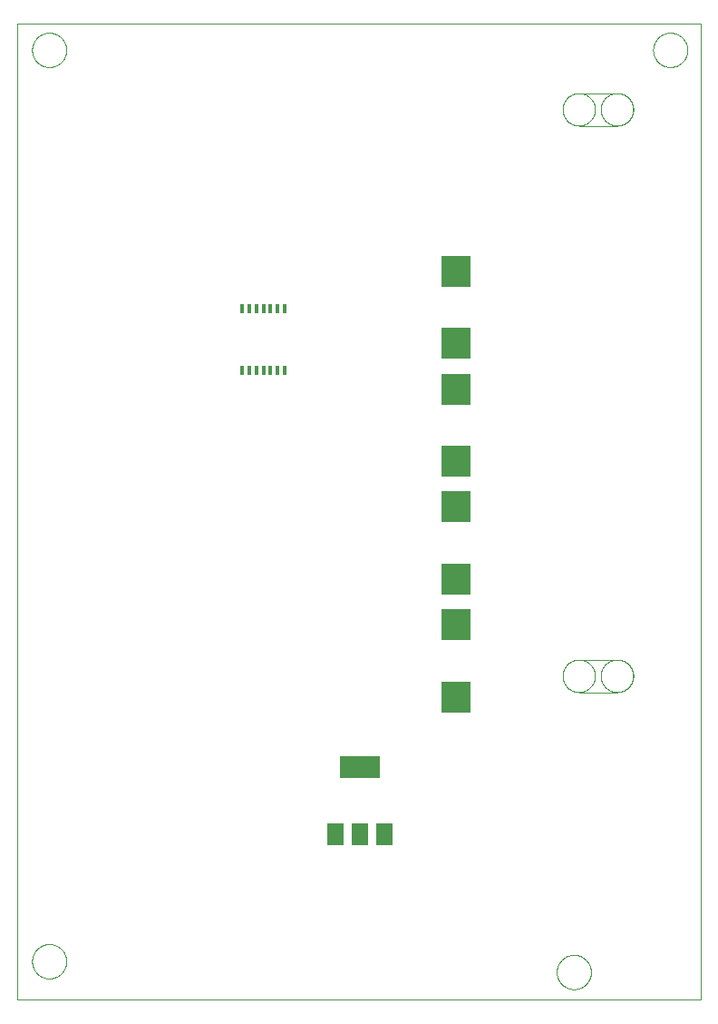
<source format=gtp>
G75*
%MOIN*%
%OFA0B0*%
%FSLAX25Y25*%
%IPPOS*%
%LPD*%
%AMOC8*
5,1,8,0,0,1.08239X$1,22.5*
%
%ADD10C,0.00000*%
%ADD11C,0.00009*%
%ADD12R,0.05900X0.07900*%
%ADD13R,0.15000X0.07900*%
%ADD14R,0.01378X0.03543*%
%ADD15R,0.10630X0.11614*%
D10*
X0001984Y0003677D02*
X0001984Y0361945D01*
X0253402Y0361945D01*
X0253402Y0003677D01*
X0001984Y0003677D01*
X0007496Y0017732D02*
X0007498Y0017890D01*
X0007504Y0018048D01*
X0007514Y0018206D01*
X0007528Y0018364D01*
X0007546Y0018521D01*
X0007567Y0018678D01*
X0007593Y0018834D01*
X0007623Y0018990D01*
X0007656Y0019145D01*
X0007694Y0019298D01*
X0007735Y0019451D01*
X0007780Y0019603D01*
X0007829Y0019754D01*
X0007882Y0019903D01*
X0007938Y0020051D01*
X0007998Y0020197D01*
X0008062Y0020342D01*
X0008130Y0020485D01*
X0008201Y0020627D01*
X0008275Y0020767D01*
X0008353Y0020904D01*
X0008435Y0021040D01*
X0008519Y0021174D01*
X0008608Y0021305D01*
X0008699Y0021434D01*
X0008794Y0021561D01*
X0008891Y0021686D01*
X0008992Y0021808D01*
X0009096Y0021927D01*
X0009203Y0022044D01*
X0009313Y0022158D01*
X0009426Y0022269D01*
X0009541Y0022378D01*
X0009659Y0022483D01*
X0009780Y0022585D01*
X0009903Y0022685D01*
X0010029Y0022781D01*
X0010157Y0022874D01*
X0010287Y0022964D01*
X0010420Y0023050D01*
X0010555Y0023134D01*
X0010691Y0023213D01*
X0010830Y0023290D01*
X0010971Y0023362D01*
X0011113Y0023432D01*
X0011257Y0023497D01*
X0011403Y0023559D01*
X0011550Y0023617D01*
X0011699Y0023672D01*
X0011849Y0023723D01*
X0012000Y0023770D01*
X0012152Y0023813D01*
X0012305Y0023852D01*
X0012460Y0023888D01*
X0012615Y0023919D01*
X0012771Y0023947D01*
X0012927Y0023971D01*
X0013084Y0023991D01*
X0013242Y0024007D01*
X0013399Y0024019D01*
X0013558Y0024027D01*
X0013716Y0024031D01*
X0013874Y0024031D01*
X0014032Y0024027D01*
X0014191Y0024019D01*
X0014348Y0024007D01*
X0014506Y0023991D01*
X0014663Y0023971D01*
X0014819Y0023947D01*
X0014975Y0023919D01*
X0015130Y0023888D01*
X0015285Y0023852D01*
X0015438Y0023813D01*
X0015590Y0023770D01*
X0015741Y0023723D01*
X0015891Y0023672D01*
X0016040Y0023617D01*
X0016187Y0023559D01*
X0016333Y0023497D01*
X0016477Y0023432D01*
X0016619Y0023362D01*
X0016760Y0023290D01*
X0016899Y0023213D01*
X0017035Y0023134D01*
X0017170Y0023050D01*
X0017303Y0022964D01*
X0017433Y0022874D01*
X0017561Y0022781D01*
X0017687Y0022685D01*
X0017810Y0022585D01*
X0017931Y0022483D01*
X0018049Y0022378D01*
X0018164Y0022269D01*
X0018277Y0022158D01*
X0018387Y0022044D01*
X0018494Y0021927D01*
X0018598Y0021808D01*
X0018699Y0021686D01*
X0018796Y0021561D01*
X0018891Y0021434D01*
X0018982Y0021305D01*
X0019071Y0021174D01*
X0019155Y0021040D01*
X0019237Y0020904D01*
X0019315Y0020767D01*
X0019389Y0020627D01*
X0019460Y0020485D01*
X0019528Y0020342D01*
X0019592Y0020197D01*
X0019652Y0020051D01*
X0019708Y0019903D01*
X0019761Y0019754D01*
X0019810Y0019603D01*
X0019855Y0019451D01*
X0019896Y0019298D01*
X0019934Y0019145D01*
X0019967Y0018990D01*
X0019997Y0018834D01*
X0020023Y0018678D01*
X0020044Y0018521D01*
X0020062Y0018364D01*
X0020076Y0018206D01*
X0020086Y0018048D01*
X0020092Y0017890D01*
X0020094Y0017732D01*
X0020092Y0017574D01*
X0020086Y0017416D01*
X0020076Y0017258D01*
X0020062Y0017100D01*
X0020044Y0016943D01*
X0020023Y0016786D01*
X0019997Y0016630D01*
X0019967Y0016474D01*
X0019934Y0016319D01*
X0019896Y0016166D01*
X0019855Y0016013D01*
X0019810Y0015861D01*
X0019761Y0015710D01*
X0019708Y0015561D01*
X0019652Y0015413D01*
X0019592Y0015267D01*
X0019528Y0015122D01*
X0019460Y0014979D01*
X0019389Y0014837D01*
X0019315Y0014697D01*
X0019237Y0014560D01*
X0019155Y0014424D01*
X0019071Y0014290D01*
X0018982Y0014159D01*
X0018891Y0014030D01*
X0018796Y0013903D01*
X0018699Y0013778D01*
X0018598Y0013656D01*
X0018494Y0013537D01*
X0018387Y0013420D01*
X0018277Y0013306D01*
X0018164Y0013195D01*
X0018049Y0013086D01*
X0017931Y0012981D01*
X0017810Y0012879D01*
X0017687Y0012779D01*
X0017561Y0012683D01*
X0017433Y0012590D01*
X0017303Y0012500D01*
X0017170Y0012414D01*
X0017035Y0012330D01*
X0016899Y0012251D01*
X0016760Y0012174D01*
X0016619Y0012102D01*
X0016477Y0012032D01*
X0016333Y0011967D01*
X0016187Y0011905D01*
X0016040Y0011847D01*
X0015891Y0011792D01*
X0015741Y0011741D01*
X0015590Y0011694D01*
X0015438Y0011651D01*
X0015285Y0011612D01*
X0015130Y0011576D01*
X0014975Y0011545D01*
X0014819Y0011517D01*
X0014663Y0011493D01*
X0014506Y0011473D01*
X0014348Y0011457D01*
X0014191Y0011445D01*
X0014032Y0011437D01*
X0013874Y0011433D01*
X0013716Y0011433D01*
X0013558Y0011437D01*
X0013399Y0011445D01*
X0013242Y0011457D01*
X0013084Y0011473D01*
X0012927Y0011493D01*
X0012771Y0011517D01*
X0012615Y0011545D01*
X0012460Y0011576D01*
X0012305Y0011612D01*
X0012152Y0011651D01*
X0012000Y0011694D01*
X0011849Y0011741D01*
X0011699Y0011792D01*
X0011550Y0011847D01*
X0011403Y0011905D01*
X0011257Y0011967D01*
X0011113Y0012032D01*
X0010971Y0012102D01*
X0010830Y0012174D01*
X0010691Y0012251D01*
X0010555Y0012330D01*
X0010420Y0012414D01*
X0010287Y0012500D01*
X0010157Y0012590D01*
X0010029Y0012683D01*
X0009903Y0012779D01*
X0009780Y0012879D01*
X0009659Y0012981D01*
X0009541Y0013086D01*
X0009426Y0013195D01*
X0009313Y0013306D01*
X0009203Y0013420D01*
X0009096Y0013537D01*
X0008992Y0013656D01*
X0008891Y0013778D01*
X0008794Y0013903D01*
X0008699Y0014030D01*
X0008608Y0014159D01*
X0008519Y0014290D01*
X0008435Y0014424D01*
X0008353Y0014560D01*
X0008275Y0014697D01*
X0008201Y0014837D01*
X0008130Y0014979D01*
X0008062Y0015122D01*
X0007998Y0015267D01*
X0007938Y0015413D01*
X0007882Y0015561D01*
X0007829Y0015710D01*
X0007780Y0015861D01*
X0007735Y0016013D01*
X0007694Y0016166D01*
X0007656Y0016319D01*
X0007623Y0016474D01*
X0007593Y0016630D01*
X0007567Y0016786D01*
X0007546Y0016943D01*
X0007528Y0017100D01*
X0007514Y0017258D01*
X0007504Y0017416D01*
X0007498Y0017574D01*
X0007496Y0017732D01*
X0200410Y0013795D02*
X0200412Y0013953D01*
X0200418Y0014111D01*
X0200428Y0014269D01*
X0200442Y0014427D01*
X0200460Y0014584D01*
X0200481Y0014741D01*
X0200507Y0014897D01*
X0200537Y0015053D01*
X0200570Y0015208D01*
X0200608Y0015361D01*
X0200649Y0015514D01*
X0200694Y0015666D01*
X0200743Y0015817D01*
X0200796Y0015966D01*
X0200852Y0016114D01*
X0200912Y0016260D01*
X0200976Y0016405D01*
X0201044Y0016548D01*
X0201115Y0016690D01*
X0201189Y0016830D01*
X0201267Y0016967D01*
X0201349Y0017103D01*
X0201433Y0017237D01*
X0201522Y0017368D01*
X0201613Y0017497D01*
X0201708Y0017624D01*
X0201805Y0017749D01*
X0201906Y0017871D01*
X0202010Y0017990D01*
X0202117Y0018107D01*
X0202227Y0018221D01*
X0202340Y0018332D01*
X0202455Y0018441D01*
X0202573Y0018546D01*
X0202694Y0018648D01*
X0202817Y0018748D01*
X0202943Y0018844D01*
X0203071Y0018937D01*
X0203201Y0019027D01*
X0203334Y0019113D01*
X0203469Y0019197D01*
X0203605Y0019276D01*
X0203744Y0019353D01*
X0203885Y0019425D01*
X0204027Y0019495D01*
X0204171Y0019560D01*
X0204317Y0019622D01*
X0204464Y0019680D01*
X0204613Y0019735D01*
X0204763Y0019786D01*
X0204914Y0019833D01*
X0205066Y0019876D01*
X0205219Y0019915D01*
X0205374Y0019951D01*
X0205529Y0019982D01*
X0205685Y0020010D01*
X0205841Y0020034D01*
X0205998Y0020054D01*
X0206156Y0020070D01*
X0206313Y0020082D01*
X0206472Y0020090D01*
X0206630Y0020094D01*
X0206788Y0020094D01*
X0206946Y0020090D01*
X0207105Y0020082D01*
X0207262Y0020070D01*
X0207420Y0020054D01*
X0207577Y0020034D01*
X0207733Y0020010D01*
X0207889Y0019982D01*
X0208044Y0019951D01*
X0208199Y0019915D01*
X0208352Y0019876D01*
X0208504Y0019833D01*
X0208655Y0019786D01*
X0208805Y0019735D01*
X0208954Y0019680D01*
X0209101Y0019622D01*
X0209247Y0019560D01*
X0209391Y0019495D01*
X0209533Y0019425D01*
X0209674Y0019353D01*
X0209813Y0019276D01*
X0209949Y0019197D01*
X0210084Y0019113D01*
X0210217Y0019027D01*
X0210347Y0018937D01*
X0210475Y0018844D01*
X0210601Y0018748D01*
X0210724Y0018648D01*
X0210845Y0018546D01*
X0210963Y0018441D01*
X0211078Y0018332D01*
X0211191Y0018221D01*
X0211301Y0018107D01*
X0211408Y0017990D01*
X0211512Y0017871D01*
X0211613Y0017749D01*
X0211710Y0017624D01*
X0211805Y0017497D01*
X0211896Y0017368D01*
X0211985Y0017237D01*
X0212069Y0017103D01*
X0212151Y0016967D01*
X0212229Y0016830D01*
X0212303Y0016690D01*
X0212374Y0016548D01*
X0212442Y0016405D01*
X0212506Y0016260D01*
X0212566Y0016114D01*
X0212622Y0015966D01*
X0212675Y0015817D01*
X0212724Y0015666D01*
X0212769Y0015514D01*
X0212810Y0015361D01*
X0212848Y0015208D01*
X0212881Y0015053D01*
X0212911Y0014897D01*
X0212937Y0014741D01*
X0212958Y0014584D01*
X0212976Y0014427D01*
X0212990Y0014269D01*
X0213000Y0014111D01*
X0213006Y0013953D01*
X0213008Y0013795D01*
X0213006Y0013637D01*
X0213000Y0013479D01*
X0212990Y0013321D01*
X0212976Y0013163D01*
X0212958Y0013006D01*
X0212937Y0012849D01*
X0212911Y0012693D01*
X0212881Y0012537D01*
X0212848Y0012382D01*
X0212810Y0012229D01*
X0212769Y0012076D01*
X0212724Y0011924D01*
X0212675Y0011773D01*
X0212622Y0011624D01*
X0212566Y0011476D01*
X0212506Y0011330D01*
X0212442Y0011185D01*
X0212374Y0011042D01*
X0212303Y0010900D01*
X0212229Y0010760D01*
X0212151Y0010623D01*
X0212069Y0010487D01*
X0211985Y0010353D01*
X0211896Y0010222D01*
X0211805Y0010093D01*
X0211710Y0009966D01*
X0211613Y0009841D01*
X0211512Y0009719D01*
X0211408Y0009600D01*
X0211301Y0009483D01*
X0211191Y0009369D01*
X0211078Y0009258D01*
X0210963Y0009149D01*
X0210845Y0009044D01*
X0210724Y0008942D01*
X0210601Y0008842D01*
X0210475Y0008746D01*
X0210347Y0008653D01*
X0210217Y0008563D01*
X0210084Y0008477D01*
X0209949Y0008393D01*
X0209813Y0008314D01*
X0209674Y0008237D01*
X0209533Y0008165D01*
X0209391Y0008095D01*
X0209247Y0008030D01*
X0209101Y0007968D01*
X0208954Y0007910D01*
X0208805Y0007855D01*
X0208655Y0007804D01*
X0208504Y0007757D01*
X0208352Y0007714D01*
X0208199Y0007675D01*
X0208044Y0007639D01*
X0207889Y0007608D01*
X0207733Y0007580D01*
X0207577Y0007556D01*
X0207420Y0007536D01*
X0207262Y0007520D01*
X0207105Y0007508D01*
X0206946Y0007500D01*
X0206788Y0007496D01*
X0206630Y0007496D01*
X0206472Y0007500D01*
X0206313Y0007508D01*
X0206156Y0007520D01*
X0205998Y0007536D01*
X0205841Y0007556D01*
X0205685Y0007580D01*
X0205529Y0007608D01*
X0205374Y0007639D01*
X0205219Y0007675D01*
X0205066Y0007714D01*
X0204914Y0007757D01*
X0204763Y0007804D01*
X0204613Y0007855D01*
X0204464Y0007910D01*
X0204317Y0007968D01*
X0204171Y0008030D01*
X0204027Y0008095D01*
X0203885Y0008165D01*
X0203744Y0008237D01*
X0203605Y0008314D01*
X0203469Y0008393D01*
X0203334Y0008477D01*
X0203201Y0008563D01*
X0203071Y0008653D01*
X0202943Y0008746D01*
X0202817Y0008842D01*
X0202694Y0008942D01*
X0202573Y0009044D01*
X0202455Y0009149D01*
X0202340Y0009258D01*
X0202227Y0009369D01*
X0202117Y0009483D01*
X0202010Y0009600D01*
X0201906Y0009719D01*
X0201805Y0009841D01*
X0201708Y0009966D01*
X0201613Y0010093D01*
X0201522Y0010222D01*
X0201433Y0010353D01*
X0201349Y0010487D01*
X0201267Y0010623D01*
X0201189Y0010760D01*
X0201115Y0010900D01*
X0201044Y0011042D01*
X0200976Y0011185D01*
X0200912Y0011330D01*
X0200852Y0011476D01*
X0200796Y0011624D01*
X0200743Y0011773D01*
X0200694Y0011924D01*
X0200649Y0012076D01*
X0200608Y0012229D01*
X0200570Y0012382D01*
X0200537Y0012537D01*
X0200507Y0012693D01*
X0200481Y0012849D01*
X0200460Y0013006D01*
X0200442Y0013163D01*
X0200428Y0013321D01*
X0200418Y0013479D01*
X0200412Y0013637D01*
X0200410Y0013795D01*
X0202593Y0122551D02*
X0202595Y0122705D01*
X0202601Y0122859D01*
X0202611Y0123012D01*
X0202625Y0123165D01*
X0202643Y0123318D01*
X0202664Y0123470D01*
X0202690Y0123622D01*
X0202720Y0123773D01*
X0202753Y0123923D01*
X0202791Y0124072D01*
X0202832Y0124221D01*
X0202877Y0124368D01*
X0202926Y0124514D01*
X0202979Y0124658D01*
X0203035Y0124801D01*
X0203095Y0124943D01*
X0203159Y0125083D01*
X0203226Y0125221D01*
X0203297Y0125358D01*
X0203371Y0125493D01*
X0203449Y0125625D01*
X0203530Y0125756D01*
X0203615Y0125885D01*
X0203702Y0126011D01*
X0203793Y0126135D01*
X0203888Y0126256D01*
X0203985Y0126376D01*
X0204085Y0126492D01*
X0204189Y0126606D01*
X0204295Y0126717D01*
X0204404Y0126826D01*
X0204516Y0126931D01*
X0204631Y0127034D01*
X0204748Y0127134D01*
X0204868Y0127230D01*
X0204990Y0127324D01*
X0205114Y0127414D01*
X0205241Y0127501D01*
X0205370Y0127585D01*
X0205502Y0127665D01*
X0205635Y0127742D01*
X0205770Y0127815D01*
X0205907Y0127885D01*
X0206046Y0127952D01*
X0206186Y0128014D01*
X0206328Y0128073D01*
X0206472Y0128129D01*
X0206617Y0128181D01*
X0206763Y0128228D01*
X0206910Y0128273D01*
X0207059Y0128313D01*
X0207208Y0128349D01*
X0207359Y0128382D01*
X0207510Y0128411D01*
X0207662Y0128435D01*
X0207814Y0128456D01*
X0207967Y0128473D01*
X0208120Y0128486D01*
X0208274Y0128495D01*
X0208428Y0128500D01*
X0208581Y0128501D01*
X0208735Y0128498D01*
X0208889Y0128491D01*
X0209042Y0128480D01*
X0209196Y0128465D01*
X0209348Y0128446D01*
X0209500Y0128423D01*
X0209652Y0128397D01*
X0209803Y0128366D01*
X0209953Y0128332D01*
X0210102Y0128293D01*
X0210249Y0128251D01*
X0210396Y0128205D01*
X0210542Y0128155D01*
X0210686Y0128102D01*
X0210829Y0128044D01*
X0210970Y0127983D01*
X0211110Y0127919D01*
X0211248Y0127851D01*
X0211384Y0127779D01*
X0211518Y0127704D01*
X0211650Y0127625D01*
X0211780Y0127543D01*
X0211908Y0127458D01*
X0212034Y0127369D01*
X0212157Y0127277D01*
X0212278Y0127182D01*
X0212397Y0127084D01*
X0212513Y0126983D01*
X0212626Y0126879D01*
X0212737Y0126772D01*
X0212844Y0126662D01*
X0212949Y0126549D01*
X0213051Y0126434D01*
X0213150Y0126316D01*
X0213246Y0126196D01*
X0213339Y0126073D01*
X0213428Y0125948D01*
X0213514Y0125821D01*
X0213597Y0125691D01*
X0213677Y0125559D01*
X0213753Y0125426D01*
X0213825Y0125290D01*
X0213894Y0125152D01*
X0213960Y0125013D01*
X0214022Y0124872D01*
X0214080Y0124730D01*
X0214134Y0124586D01*
X0214185Y0124441D01*
X0214232Y0124294D01*
X0214275Y0124147D01*
X0214314Y0123998D01*
X0214350Y0123848D01*
X0214381Y0123698D01*
X0214409Y0123546D01*
X0214433Y0123394D01*
X0214453Y0123242D01*
X0214469Y0123089D01*
X0214481Y0122935D01*
X0214489Y0122782D01*
X0214493Y0122628D01*
X0214493Y0122474D01*
X0214489Y0122320D01*
X0214481Y0122167D01*
X0214469Y0122013D01*
X0214453Y0121860D01*
X0214433Y0121708D01*
X0214409Y0121556D01*
X0214381Y0121404D01*
X0214350Y0121254D01*
X0214314Y0121104D01*
X0214275Y0120955D01*
X0214232Y0120808D01*
X0214185Y0120661D01*
X0214134Y0120516D01*
X0214080Y0120372D01*
X0214022Y0120230D01*
X0213960Y0120089D01*
X0213894Y0119950D01*
X0213825Y0119812D01*
X0213753Y0119676D01*
X0213677Y0119543D01*
X0213597Y0119411D01*
X0213514Y0119281D01*
X0213428Y0119154D01*
X0213339Y0119029D01*
X0213246Y0118906D01*
X0213150Y0118786D01*
X0213051Y0118668D01*
X0212949Y0118553D01*
X0212844Y0118440D01*
X0212737Y0118330D01*
X0212626Y0118223D01*
X0212513Y0118119D01*
X0212397Y0118018D01*
X0212278Y0117920D01*
X0212157Y0117825D01*
X0212034Y0117733D01*
X0211908Y0117644D01*
X0211780Y0117559D01*
X0211650Y0117477D01*
X0211518Y0117398D01*
X0211384Y0117323D01*
X0211248Y0117251D01*
X0211110Y0117183D01*
X0210970Y0117119D01*
X0210829Y0117058D01*
X0210686Y0117000D01*
X0210542Y0116947D01*
X0210396Y0116897D01*
X0210249Y0116851D01*
X0210102Y0116809D01*
X0209953Y0116770D01*
X0209803Y0116736D01*
X0209652Y0116705D01*
X0209500Y0116679D01*
X0209348Y0116656D01*
X0209196Y0116637D01*
X0209042Y0116622D01*
X0208889Y0116611D01*
X0208735Y0116604D01*
X0208581Y0116601D01*
X0208428Y0116602D01*
X0208274Y0116607D01*
X0208120Y0116616D01*
X0207967Y0116629D01*
X0207814Y0116646D01*
X0207662Y0116667D01*
X0207510Y0116691D01*
X0207359Y0116720D01*
X0207208Y0116753D01*
X0207059Y0116789D01*
X0206910Y0116829D01*
X0206763Y0116874D01*
X0206617Y0116921D01*
X0206472Y0116973D01*
X0206328Y0117029D01*
X0206186Y0117088D01*
X0206046Y0117150D01*
X0205907Y0117217D01*
X0205770Y0117287D01*
X0205635Y0117360D01*
X0205502Y0117437D01*
X0205370Y0117517D01*
X0205241Y0117601D01*
X0205114Y0117688D01*
X0204990Y0117778D01*
X0204868Y0117872D01*
X0204748Y0117968D01*
X0204631Y0118068D01*
X0204516Y0118171D01*
X0204404Y0118276D01*
X0204295Y0118385D01*
X0204189Y0118496D01*
X0204085Y0118610D01*
X0203985Y0118726D01*
X0203888Y0118846D01*
X0203793Y0118967D01*
X0203702Y0119091D01*
X0203615Y0119217D01*
X0203530Y0119346D01*
X0203449Y0119477D01*
X0203371Y0119609D01*
X0203297Y0119744D01*
X0203226Y0119881D01*
X0203159Y0120019D01*
X0203095Y0120159D01*
X0203035Y0120301D01*
X0202979Y0120444D01*
X0202926Y0120588D01*
X0202877Y0120734D01*
X0202832Y0120881D01*
X0202791Y0121030D01*
X0202753Y0121179D01*
X0202720Y0121329D01*
X0202690Y0121480D01*
X0202664Y0121632D01*
X0202643Y0121784D01*
X0202625Y0121937D01*
X0202611Y0122090D01*
X0202601Y0122243D01*
X0202595Y0122397D01*
X0202593Y0122551D01*
X0208543Y0128551D02*
X0208390Y0128549D01*
X0208237Y0128543D01*
X0208084Y0128533D01*
X0207931Y0128520D01*
X0207779Y0128502D01*
X0207627Y0128481D01*
X0207476Y0128455D01*
X0207326Y0128426D01*
X0207176Y0128393D01*
X0207027Y0128356D01*
X0206879Y0128316D01*
X0206733Y0128271D01*
X0206587Y0128223D01*
X0206443Y0128171D01*
X0206300Y0128116D01*
X0206159Y0128057D01*
X0206019Y0127994D01*
X0205881Y0127928D01*
X0205744Y0127858D01*
X0205610Y0127785D01*
X0205477Y0127708D01*
X0205346Y0127628D01*
X0205218Y0127545D01*
X0205091Y0127459D01*
X0204967Y0127369D01*
X0204845Y0127276D01*
X0204726Y0127180D01*
X0204609Y0127081D01*
X0204494Y0126979D01*
X0204382Y0126874D01*
X0204273Y0126766D01*
X0204167Y0126656D01*
X0204064Y0126543D01*
X0203963Y0126427D01*
X0203866Y0126309D01*
X0203771Y0126188D01*
X0203680Y0126065D01*
X0203592Y0125940D01*
X0203507Y0125812D01*
X0203425Y0125683D01*
X0203347Y0125551D01*
X0203272Y0125417D01*
X0203200Y0125282D01*
X0203132Y0125144D01*
X0203068Y0125005D01*
X0203007Y0124865D01*
X0202950Y0124723D01*
X0202896Y0124579D01*
X0202846Y0124434D01*
X0202800Y0124288D01*
X0202757Y0124141D01*
X0202719Y0123993D01*
X0202684Y0123843D01*
X0202653Y0123693D01*
X0202625Y0123543D01*
X0202602Y0123391D01*
X0202583Y0123239D01*
X0202567Y0123087D01*
X0202555Y0122934D01*
X0202547Y0122781D01*
X0202543Y0122628D01*
X0202543Y0122474D01*
X0202547Y0122321D01*
X0202555Y0122168D01*
X0202567Y0122015D01*
X0202583Y0121863D01*
X0202602Y0121711D01*
X0202625Y0121559D01*
X0202653Y0121409D01*
X0202684Y0121259D01*
X0202719Y0121109D01*
X0202757Y0120961D01*
X0202800Y0120814D01*
X0202846Y0120668D01*
X0202896Y0120523D01*
X0202950Y0120379D01*
X0203007Y0120237D01*
X0203068Y0120097D01*
X0203132Y0119958D01*
X0203200Y0119820D01*
X0203272Y0119685D01*
X0203347Y0119551D01*
X0203425Y0119419D01*
X0203507Y0119290D01*
X0203592Y0119162D01*
X0203680Y0119037D01*
X0203771Y0118914D01*
X0203866Y0118793D01*
X0203963Y0118675D01*
X0204064Y0118559D01*
X0204167Y0118446D01*
X0204273Y0118336D01*
X0204382Y0118228D01*
X0204494Y0118123D01*
X0204609Y0118021D01*
X0204726Y0117922D01*
X0204845Y0117826D01*
X0204967Y0117733D01*
X0205091Y0117643D01*
X0205218Y0117557D01*
X0205346Y0117474D01*
X0205477Y0117394D01*
X0205610Y0117317D01*
X0205744Y0117244D01*
X0205881Y0117174D01*
X0206019Y0117108D01*
X0206159Y0117045D01*
X0206300Y0116986D01*
X0206443Y0116931D01*
X0206587Y0116879D01*
X0206733Y0116831D01*
X0206879Y0116786D01*
X0207027Y0116746D01*
X0207176Y0116709D01*
X0207326Y0116676D01*
X0207476Y0116647D01*
X0207627Y0116621D01*
X0207779Y0116600D01*
X0207931Y0116582D01*
X0208084Y0116569D01*
X0208237Y0116559D01*
X0208390Y0116553D01*
X0208543Y0116551D01*
X0216593Y0122551D02*
X0216595Y0122705D01*
X0216601Y0122859D01*
X0216611Y0123012D01*
X0216625Y0123165D01*
X0216643Y0123318D01*
X0216664Y0123470D01*
X0216690Y0123622D01*
X0216720Y0123773D01*
X0216753Y0123923D01*
X0216791Y0124072D01*
X0216832Y0124221D01*
X0216877Y0124368D01*
X0216926Y0124514D01*
X0216979Y0124658D01*
X0217035Y0124801D01*
X0217095Y0124943D01*
X0217159Y0125083D01*
X0217226Y0125221D01*
X0217297Y0125358D01*
X0217371Y0125493D01*
X0217449Y0125625D01*
X0217530Y0125756D01*
X0217615Y0125885D01*
X0217702Y0126011D01*
X0217793Y0126135D01*
X0217888Y0126256D01*
X0217985Y0126376D01*
X0218085Y0126492D01*
X0218189Y0126606D01*
X0218295Y0126717D01*
X0218404Y0126826D01*
X0218516Y0126931D01*
X0218631Y0127034D01*
X0218748Y0127134D01*
X0218868Y0127230D01*
X0218990Y0127324D01*
X0219114Y0127414D01*
X0219241Y0127501D01*
X0219370Y0127585D01*
X0219502Y0127665D01*
X0219635Y0127742D01*
X0219770Y0127815D01*
X0219907Y0127885D01*
X0220046Y0127952D01*
X0220186Y0128014D01*
X0220328Y0128073D01*
X0220472Y0128129D01*
X0220617Y0128181D01*
X0220763Y0128228D01*
X0220910Y0128273D01*
X0221059Y0128313D01*
X0221208Y0128349D01*
X0221359Y0128382D01*
X0221510Y0128411D01*
X0221662Y0128435D01*
X0221814Y0128456D01*
X0221967Y0128473D01*
X0222120Y0128486D01*
X0222274Y0128495D01*
X0222428Y0128500D01*
X0222581Y0128501D01*
X0222735Y0128498D01*
X0222889Y0128491D01*
X0223042Y0128480D01*
X0223196Y0128465D01*
X0223348Y0128446D01*
X0223500Y0128423D01*
X0223652Y0128397D01*
X0223803Y0128366D01*
X0223953Y0128332D01*
X0224102Y0128293D01*
X0224249Y0128251D01*
X0224396Y0128205D01*
X0224542Y0128155D01*
X0224686Y0128102D01*
X0224829Y0128044D01*
X0224970Y0127983D01*
X0225110Y0127919D01*
X0225248Y0127851D01*
X0225384Y0127779D01*
X0225518Y0127704D01*
X0225650Y0127625D01*
X0225780Y0127543D01*
X0225908Y0127458D01*
X0226034Y0127369D01*
X0226157Y0127277D01*
X0226278Y0127182D01*
X0226397Y0127084D01*
X0226513Y0126983D01*
X0226626Y0126879D01*
X0226737Y0126772D01*
X0226844Y0126662D01*
X0226949Y0126549D01*
X0227051Y0126434D01*
X0227150Y0126316D01*
X0227246Y0126196D01*
X0227339Y0126073D01*
X0227428Y0125948D01*
X0227514Y0125821D01*
X0227597Y0125691D01*
X0227677Y0125559D01*
X0227753Y0125426D01*
X0227825Y0125290D01*
X0227894Y0125152D01*
X0227960Y0125013D01*
X0228022Y0124872D01*
X0228080Y0124730D01*
X0228134Y0124586D01*
X0228185Y0124441D01*
X0228232Y0124294D01*
X0228275Y0124147D01*
X0228314Y0123998D01*
X0228350Y0123848D01*
X0228381Y0123698D01*
X0228409Y0123546D01*
X0228433Y0123394D01*
X0228453Y0123242D01*
X0228469Y0123089D01*
X0228481Y0122935D01*
X0228489Y0122782D01*
X0228493Y0122628D01*
X0228493Y0122474D01*
X0228489Y0122320D01*
X0228481Y0122167D01*
X0228469Y0122013D01*
X0228453Y0121860D01*
X0228433Y0121708D01*
X0228409Y0121556D01*
X0228381Y0121404D01*
X0228350Y0121254D01*
X0228314Y0121104D01*
X0228275Y0120955D01*
X0228232Y0120808D01*
X0228185Y0120661D01*
X0228134Y0120516D01*
X0228080Y0120372D01*
X0228022Y0120230D01*
X0227960Y0120089D01*
X0227894Y0119950D01*
X0227825Y0119812D01*
X0227753Y0119676D01*
X0227677Y0119543D01*
X0227597Y0119411D01*
X0227514Y0119281D01*
X0227428Y0119154D01*
X0227339Y0119029D01*
X0227246Y0118906D01*
X0227150Y0118786D01*
X0227051Y0118668D01*
X0226949Y0118553D01*
X0226844Y0118440D01*
X0226737Y0118330D01*
X0226626Y0118223D01*
X0226513Y0118119D01*
X0226397Y0118018D01*
X0226278Y0117920D01*
X0226157Y0117825D01*
X0226034Y0117733D01*
X0225908Y0117644D01*
X0225780Y0117559D01*
X0225650Y0117477D01*
X0225518Y0117398D01*
X0225384Y0117323D01*
X0225248Y0117251D01*
X0225110Y0117183D01*
X0224970Y0117119D01*
X0224829Y0117058D01*
X0224686Y0117000D01*
X0224542Y0116947D01*
X0224396Y0116897D01*
X0224249Y0116851D01*
X0224102Y0116809D01*
X0223953Y0116770D01*
X0223803Y0116736D01*
X0223652Y0116705D01*
X0223500Y0116679D01*
X0223348Y0116656D01*
X0223196Y0116637D01*
X0223042Y0116622D01*
X0222889Y0116611D01*
X0222735Y0116604D01*
X0222581Y0116601D01*
X0222428Y0116602D01*
X0222274Y0116607D01*
X0222120Y0116616D01*
X0221967Y0116629D01*
X0221814Y0116646D01*
X0221662Y0116667D01*
X0221510Y0116691D01*
X0221359Y0116720D01*
X0221208Y0116753D01*
X0221059Y0116789D01*
X0220910Y0116829D01*
X0220763Y0116874D01*
X0220617Y0116921D01*
X0220472Y0116973D01*
X0220328Y0117029D01*
X0220186Y0117088D01*
X0220046Y0117150D01*
X0219907Y0117217D01*
X0219770Y0117287D01*
X0219635Y0117360D01*
X0219502Y0117437D01*
X0219370Y0117517D01*
X0219241Y0117601D01*
X0219114Y0117688D01*
X0218990Y0117778D01*
X0218868Y0117872D01*
X0218748Y0117968D01*
X0218631Y0118068D01*
X0218516Y0118171D01*
X0218404Y0118276D01*
X0218295Y0118385D01*
X0218189Y0118496D01*
X0218085Y0118610D01*
X0217985Y0118726D01*
X0217888Y0118846D01*
X0217793Y0118967D01*
X0217702Y0119091D01*
X0217615Y0119217D01*
X0217530Y0119346D01*
X0217449Y0119477D01*
X0217371Y0119609D01*
X0217297Y0119744D01*
X0217226Y0119881D01*
X0217159Y0120019D01*
X0217095Y0120159D01*
X0217035Y0120301D01*
X0216979Y0120444D01*
X0216926Y0120588D01*
X0216877Y0120734D01*
X0216832Y0120881D01*
X0216791Y0121030D01*
X0216753Y0121179D01*
X0216720Y0121329D01*
X0216690Y0121480D01*
X0216664Y0121632D01*
X0216643Y0121784D01*
X0216625Y0121937D01*
X0216611Y0122090D01*
X0216601Y0122243D01*
X0216595Y0122397D01*
X0216593Y0122551D01*
X0222543Y0116551D02*
X0222696Y0116553D01*
X0222849Y0116559D01*
X0223002Y0116569D01*
X0223155Y0116582D01*
X0223307Y0116600D01*
X0223459Y0116621D01*
X0223610Y0116647D01*
X0223760Y0116676D01*
X0223910Y0116709D01*
X0224059Y0116746D01*
X0224207Y0116786D01*
X0224353Y0116831D01*
X0224499Y0116879D01*
X0224643Y0116931D01*
X0224786Y0116986D01*
X0224927Y0117045D01*
X0225067Y0117108D01*
X0225205Y0117174D01*
X0225342Y0117244D01*
X0225476Y0117317D01*
X0225609Y0117394D01*
X0225740Y0117474D01*
X0225868Y0117557D01*
X0225995Y0117643D01*
X0226119Y0117733D01*
X0226241Y0117826D01*
X0226360Y0117922D01*
X0226477Y0118021D01*
X0226592Y0118123D01*
X0226704Y0118228D01*
X0226813Y0118336D01*
X0226919Y0118446D01*
X0227022Y0118559D01*
X0227123Y0118675D01*
X0227220Y0118793D01*
X0227315Y0118914D01*
X0227406Y0119037D01*
X0227494Y0119162D01*
X0227579Y0119290D01*
X0227661Y0119419D01*
X0227739Y0119551D01*
X0227814Y0119685D01*
X0227886Y0119820D01*
X0227954Y0119958D01*
X0228018Y0120097D01*
X0228079Y0120237D01*
X0228136Y0120379D01*
X0228190Y0120523D01*
X0228240Y0120668D01*
X0228286Y0120814D01*
X0228329Y0120961D01*
X0228367Y0121109D01*
X0228402Y0121259D01*
X0228433Y0121409D01*
X0228461Y0121559D01*
X0228484Y0121711D01*
X0228503Y0121863D01*
X0228519Y0122015D01*
X0228531Y0122168D01*
X0228539Y0122321D01*
X0228543Y0122474D01*
X0228543Y0122628D01*
X0228539Y0122781D01*
X0228531Y0122934D01*
X0228519Y0123087D01*
X0228503Y0123239D01*
X0228484Y0123391D01*
X0228461Y0123543D01*
X0228433Y0123693D01*
X0228402Y0123843D01*
X0228367Y0123993D01*
X0228329Y0124141D01*
X0228286Y0124288D01*
X0228240Y0124434D01*
X0228190Y0124579D01*
X0228136Y0124723D01*
X0228079Y0124865D01*
X0228018Y0125005D01*
X0227954Y0125144D01*
X0227886Y0125282D01*
X0227814Y0125417D01*
X0227739Y0125551D01*
X0227661Y0125683D01*
X0227579Y0125812D01*
X0227494Y0125940D01*
X0227406Y0126065D01*
X0227315Y0126188D01*
X0227220Y0126309D01*
X0227123Y0126427D01*
X0227022Y0126543D01*
X0226919Y0126656D01*
X0226813Y0126766D01*
X0226704Y0126874D01*
X0226592Y0126979D01*
X0226477Y0127081D01*
X0226360Y0127180D01*
X0226241Y0127276D01*
X0226119Y0127369D01*
X0225995Y0127459D01*
X0225868Y0127545D01*
X0225740Y0127628D01*
X0225609Y0127708D01*
X0225476Y0127785D01*
X0225342Y0127858D01*
X0225205Y0127928D01*
X0225067Y0127994D01*
X0224927Y0128057D01*
X0224786Y0128116D01*
X0224643Y0128171D01*
X0224499Y0128223D01*
X0224353Y0128271D01*
X0224207Y0128316D01*
X0224059Y0128356D01*
X0223910Y0128393D01*
X0223760Y0128426D01*
X0223610Y0128455D01*
X0223459Y0128481D01*
X0223307Y0128502D01*
X0223155Y0128520D01*
X0223002Y0128533D01*
X0222849Y0128543D01*
X0222696Y0128549D01*
X0222543Y0128551D01*
X0216593Y0330551D02*
X0216595Y0330705D01*
X0216601Y0330859D01*
X0216611Y0331012D01*
X0216625Y0331165D01*
X0216643Y0331318D01*
X0216664Y0331470D01*
X0216690Y0331622D01*
X0216720Y0331773D01*
X0216753Y0331923D01*
X0216791Y0332072D01*
X0216832Y0332221D01*
X0216877Y0332368D01*
X0216926Y0332514D01*
X0216979Y0332658D01*
X0217035Y0332801D01*
X0217095Y0332943D01*
X0217159Y0333083D01*
X0217226Y0333221D01*
X0217297Y0333358D01*
X0217371Y0333493D01*
X0217449Y0333625D01*
X0217530Y0333756D01*
X0217615Y0333885D01*
X0217702Y0334011D01*
X0217793Y0334135D01*
X0217888Y0334256D01*
X0217985Y0334376D01*
X0218085Y0334492D01*
X0218189Y0334606D01*
X0218295Y0334717D01*
X0218404Y0334826D01*
X0218516Y0334931D01*
X0218631Y0335034D01*
X0218748Y0335134D01*
X0218868Y0335230D01*
X0218990Y0335324D01*
X0219114Y0335414D01*
X0219241Y0335501D01*
X0219370Y0335585D01*
X0219502Y0335665D01*
X0219635Y0335742D01*
X0219770Y0335815D01*
X0219907Y0335885D01*
X0220046Y0335952D01*
X0220186Y0336014D01*
X0220328Y0336073D01*
X0220472Y0336129D01*
X0220617Y0336181D01*
X0220763Y0336228D01*
X0220910Y0336273D01*
X0221059Y0336313D01*
X0221208Y0336349D01*
X0221359Y0336382D01*
X0221510Y0336411D01*
X0221662Y0336435D01*
X0221814Y0336456D01*
X0221967Y0336473D01*
X0222120Y0336486D01*
X0222274Y0336495D01*
X0222428Y0336500D01*
X0222581Y0336501D01*
X0222735Y0336498D01*
X0222889Y0336491D01*
X0223042Y0336480D01*
X0223196Y0336465D01*
X0223348Y0336446D01*
X0223500Y0336423D01*
X0223652Y0336397D01*
X0223803Y0336366D01*
X0223953Y0336332D01*
X0224102Y0336293D01*
X0224249Y0336251D01*
X0224396Y0336205D01*
X0224542Y0336155D01*
X0224686Y0336102D01*
X0224829Y0336044D01*
X0224970Y0335983D01*
X0225110Y0335919D01*
X0225248Y0335851D01*
X0225384Y0335779D01*
X0225518Y0335704D01*
X0225650Y0335625D01*
X0225780Y0335543D01*
X0225908Y0335458D01*
X0226034Y0335369D01*
X0226157Y0335277D01*
X0226278Y0335182D01*
X0226397Y0335084D01*
X0226513Y0334983D01*
X0226626Y0334879D01*
X0226737Y0334772D01*
X0226844Y0334662D01*
X0226949Y0334549D01*
X0227051Y0334434D01*
X0227150Y0334316D01*
X0227246Y0334196D01*
X0227339Y0334073D01*
X0227428Y0333948D01*
X0227514Y0333821D01*
X0227597Y0333691D01*
X0227677Y0333559D01*
X0227753Y0333426D01*
X0227825Y0333290D01*
X0227894Y0333152D01*
X0227960Y0333013D01*
X0228022Y0332872D01*
X0228080Y0332730D01*
X0228134Y0332586D01*
X0228185Y0332441D01*
X0228232Y0332294D01*
X0228275Y0332147D01*
X0228314Y0331998D01*
X0228350Y0331848D01*
X0228381Y0331698D01*
X0228409Y0331546D01*
X0228433Y0331394D01*
X0228453Y0331242D01*
X0228469Y0331089D01*
X0228481Y0330935D01*
X0228489Y0330782D01*
X0228493Y0330628D01*
X0228493Y0330474D01*
X0228489Y0330320D01*
X0228481Y0330167D01*
X0228469Y0330013D01*
X0228453Y0329860D01*
X0228433Y0329708D01*
X0228409Y0329556D01*
X0228381Y0329404D01*
X0228350Y0329254D01*
X0228314Y0329104D01*
X0228275Y0328955D01*
X0228232Y0328808D01*
X0228185Y0328661D01*
X0228134Y0328516D01*
X0228080Y0328372D01*
X0228022Y0328230D01*
X0227960Y0328089D01*
X0227894Y0327950D01*
X0227825Y0327812D01*
X0227753Y0327676D01*
X0227677Y0327543D01*
X0227597Y0327411D01*
X0227514Y0327281D01*
X0227428Y0327154D01*
X0227339Y0327029D01*
X0227246Y0326906D01*
X0227150Y0326786D01*
X0227051Y0326668D01*
X0226949Y0326553D01*
X0226844Y0326440D01*
X0226737Y0326330D01*
X0226626Y0326223D01*
X0226513Y0326119D01*
X0226397Y0326018D01*
X0226278Y0325920D01*
X0226157Y0325825D01*
X0226034Y0325733D01*
X0225908Y0325644D01*
X0225780Y0325559D01*
X0225650Y0325477D01*
X0225518Y0325398D01*
X0225384Y0325323D01*
X0225248Y0325251D01*
X0225110Y0325183D01*
X0224970Y0325119D01*
X0224829Y0325058D01*
X0224686Y0325000D01*
X0224542Y0324947D01*
X0224396Y0324897D01*
X0224249Y0324851D01*
X0224102Y0324809D01*
X0223953Y0324770D01*
X0223803Y0324736D01*
X0223652Y0324705D01*
X0223500Y0324679D01*
X0223348Y0324656D01*
X0223196Y0324637D01*
X0223042Y0324622D01*
X0222889Y0324611D01*
X0222735Y0324604D01*
X0222581Y0324601D01*
X0222428Y0324602D01*
X0222274Y0324607D01*
X0222120Y0324616D01*
X0221967Y0324629D01*
X0221814Y0324646D01*
X0221662Y0324667D01*
X0221510Y0324691D01*
X0221359Y0324720D01*
X0221208Y0324753D01*
X0221059Y0324789D01*
X0220910Y0324829D01*
X0220763Y0324874D01*
X0220617Y0324921D01*
X0220472Y0324973D01*
X0220328Y0325029D01*
X0220186Y0325088D01*
X0220046Y0325150D01*
X0219907Y0325217D01*
X0219770Y0325287D01*
X0219635Y0325360D01*
X0219502Y0325437D01*
X0219370Y0325517D01*
X0219241Y0325601D01*
X0219114Y0325688D01*
X0218990Y0325778D01*
X0218868Y0325872D01*
X0218748Y0325968D01*
X0218631Y0326068D01*
X0218516Y0326171D01*
X0218404Y0326276D01*
X0218295Y0326385D01*
X0218189Y0326496D01*
X0218085Y0326610D01*
X0217985Y0326726D01*
X0217888Y0326846D01*
X0217793Y0326967D01*
X0217702Y0327091D01*
X0217615Y0327217D01*
X0217530Y0327346D01*
X0217449Y0327477D01*
X0217371Y0327609D01*
X0217297Y0327744D01*
X0217226Y0327881D01*
X0217159Y0328019D01*
X0217095Y0328159D01*
X0217035Y0328301D01*
X0216979Y0328444D01*
X0216926Y0328588D01*
X0216877Y0328734D01*
X0216832Y0328881D01*
X0216791Y0329030D01*
X0216753Y0329179D01*
X0216720Y0329329D01*
X0216690Y0329480D01*
X0216664Y0329632D01*
X0216643Y0329784D01*
X0216625Y0329937D01*
X0216611Y0330090D01*
X0216601Y0330243D01*
X0216595Y0330397D01*
X0216593Y0330551D01*
X0222543Y0324551D02*
X0222696Y0324553D01*
X0222849Y0324559D01*
X0223002Y0324569D01*
X0223155Y0324582D01*
X0223307Y0324600D01*
X0223459Y0324621D01*
X0223610Y0324647D01*
X0223760Y0324676D01*
X0223910Y0324709D01*
X0224059Y0324746D01*
X0224207Y0324786D01*
X0224353Y0324831D01*
X0224499Y0324879D01*
X0224643Y0324931D01*
X0224786Y0324986D01*
X0224927Y0325045D01*
X0225067Y0325108D01*
X0225205Y0325174D01*
X0225342Y0325244D01*
X0225476Y0325317D01*
X0225609Y0325394D01*
X0225740Y0325474D01*
X0225868Y0325557D01*
X0225995Y0325643D01*
X0226119Y0325733D01*
X0226241Y0325826D01*
X0226360Y0325922D01*
X0226477Y0326021D01*
X0226592Y0326123D01*
X0226704Y0326228D01*
X0226813Y0326336D01*
X0226919Y0326446D01*
X0227022Y0326559D01*
X0227123Y0326675D01*
X0227220Y0326793D01*
X0227315Y0326914D01*
X0227406Y0327037D01*
X0227494Y0327162D01*
X0227579Y0327290D01*
X0227661Y0327419D01*
X0227739Y0327551D01*
X0227814Y0327685D01*
X0227886Y0327820D01*
X0227954Y0327958D01*
X0228018Y0328097D01*
X0228079Y0328237D01*
X0228136Y0328379D01*
X0228190Y0328523D01*
X0228240Y0328668D01*
X0228286Y0328814D01*
X0228329Y0328961D01*
X0228367Y0329109D01*
X0228402Y0329259D01*
X0228433Y0329409D01*
X0228461Y0329559D01*
X0228484Y0329711D01*
X0228503Y0329863D01*
X0228519Y0330015D01*
X0228531Y0330168D01*
X0228539Y0330321D01*
X0228543Y0330474D01*
X0228543Y0330628D01*
X0228539Y0330781D01*
X0228531Y0330934D01*
X0228519Y0331087D01*
X0228503Y0331239D01*
X0228484Y0331391D01*
X0228461Y0331543D01*
X0228433Y0331693D01*
X0228402Y0331843D01*
X0228367Y0331993D01*
X0228329Y0332141D01*
X0228286Y0332288D01*
X0228240Y0332434D01*
X0228190Y0332579D01*
X0228136Y0332723D01*
X0228079Y0332865D01*
X0228018Y0333005D01*
X0227954Y0333144D01*
X0227886Y0333282D01*
X0227814Y0333417D01*
X0227739Y0333551D01*
X0227661Y0333683D01*
X0227579Y0333812D01*
X0227494Y0333940D01*
X0227406Y0334065D01*
X0227315Y0334188D01*
X0227220Y0334309D01*
X0227123Y0334427D01*
X0227022Y0334543D01*
X0226919Y0334656D01*
X0226813Y0334766D01*
X0226704Y0334874D01*
X0226592Y0334979D01*
X0226477Y0335081D01*
X0226360Y0335180D01*
X0226241Y0335276D01*
X0226119Y0335369D01*
X0225995Y0335459D01*
X0225868Y0335545D01*
X0225740Y0335628D01*
X0225609Y0335708D01*
X0225476Y0335785D01*
X0225342Y0335858D01*
X0225205Y0335928D01*
X0225067Y0335994D01*
X0224927Y0336057D01*
X0224786Y0336116D01*
X0224643Y0336171D01*
X0224499Y0336223D01*
X0224353Y0336271D01*
X0224207Y0336316D01*
X0224059Y0336356D01*
X0223910Y0336393D01*
X0223760Y0336426D01*
X0223610Y0336455D01*
X0223459Y0336481D01*
X0223307Y0336502D01*
X0223155Y0336520D01*
X0223002Y0336533D01*
X0222849Y0336543D01*
X0222696Y0336549D01*
X0222543Y0336551D01*
X0202593Y0330551D02*
X0202595Y0330705D01*
X0202601Y0330859D01*
X0202611Y0331012D01*
X0202625Y0331165D01*
X0202643Y0331318D01*
X0202664Y0331470D01*
X0202690Y0331622D01*
X0202720Y0331773D01*
X0202753Y0331923D01*
X0202791Y0332072D01*
X0202832Y0332221D01*
X0202877Y0332368D01*
X0202926Y0332514D01*
X0202979Y0332658D01*
X0203035Y0332801D01*
X0203095Y0332943D01*
X0203159Y0333083D01*
X0203226Y0333221D01*
X0203297Y0333358D01*
X0203371Y0333493D01*
X0203449Y0333625D01*
X0203530Y0333756D01*
X0203615Y0333885D01*
X0203702Y0334011D01*
X0203793Y0334135D01*
X0203888Y0334256D01*
X0203985Y0334376D01*
X0204085Y0334492D01*
X0204189Y0334606D01*
X0204295Y0334717D01*
X0204404Y0334826D01*
X0204516Y0334931D01*
X0204631Y0335034D01*
X0204748Y0335134D01*
X0204868Y0335230D01*
X0204990Y0335324D01*
X0205114Y0335414D01*
X0205241Y0335501D01*
X0205370Y0335585D01*
X0205502Y0335665D01*
X0205635Y0335742D01*
X0205770Y0335815D01*
X0205907Y0335885D01*
X0206046Y0335952D01*
X0206186Y0336014D01*
X0206328Y0336073D01*
X0206472Y0336129D01*
X0206617Y0336181D01*
X0206763Y0336228D01*
X0206910Y0336273D01*
X0207059Y0336313D01*
X0207208Y0336349D01*
X0207359Y0336382D01*
X0207510Y0336411D01*
X0207662Y0336435D01*
X0207814Y0336456D01*
X0207967Y0336473D01*
X0208120Y0336486D01*
X0208274Y0336495D01*
X0208428Y0336500D01*
X0208581Y0336501D01*
X0208735Y0336498D01*
X0208889Y0336491D01*
X0209042Y0336480D01*
X0209196Y0336465D01*
X0209348Y0336446D01*
X0209500Y0336423D01*
X0209652Y0336397D01*
X0209803Y0336366D01*
X0209953Y0336332D01*
X0210102Y0336293D01*
X0210249Y0336251D01*
X0210396Y0336205D01*
X0210542Y0336155D01*
X0210686Y0336102D01*
X0210829Y0336044D01*
X0210970Y0335983D01*
X0211110Y0335919D01*
X0211248Y0335851D01*
X0211384Y0335779D01*
X0211518Y0335704D01*
X0211650Y0335625D01*
X0211780Y0335543D01*
X0211908Y0335458D01*
X0212034Y0335369D01*
X0212157Y0335277D01*
X0212278Y0335182D01*
X0212397Y0335084D01*
X0212513Y0334983D01*
X0212626Y0334879D01*
X0212737Y0334772D01*
X0212844Y0334662D01*
X0212949Y0334549D01*
X0213051Y0334434D01*
X0213150Y0334316D01*
X0213246Y0334196D01*
X0213339Y0334073D01*
X0213428Y0333948D01*
X0213514Y0333821D01*
X0213597Y0333691D01*
X0213677Y0333559D01*
X0213753Y0333426D01*
X0213825Y0333290D01*
X0213894Y0333152D01*
X0213960Y0333013D01*
X0214022Y0332872D01*
X0214080Y0332730D01*
X0214134Y0332586D01*
X0214185Y0332441D01*
X0214232Y0332294D01*
X0214275Y0332147D01*
X0214314Y0331998D01*
X0214350Y0331848D01*
X0214381Y0331698D01*
X0214409Y0331546D01*
X0214433Y0331394D01*
X0214453Y0331242D01*
X0214469Y0331089D01*
X0214481Y0330935D01*
X0214489Y0330782D01*
X0214493Y0330628D01*
X0214493Y0330474D01*
X0214489Y0330320D01*
X0214481Y0330167D01*
X0214469Y0330013D01*
X0214453Y0329860D01*
X0214433Y0329708D01*
X0214409Y0329556D01*
X0214381Y0329404D01*
X0214350Y0329254D01*
X0214314Y0329104D01*
X0214275Y0328955D01*
X0214232Y0328808D01*
X0214185Y0328661D01*
X0214134Y0328516D01*
X0214080Y0328372D01*
X0214022Y0328230D01*
X0213960Y0328089D01*
X0213894Y0327950D01*
X0213825Y0327812D01*
X0213753Y0327676D01*
X0213677Y0327543D01*
X0213597Y0327411D01*
X0213514Y0327281D01*
X0213428Y0327154D01*
X0213339Y0327029D01*
X0213246Y0326906D01*
X0213150Y0326786D01*
X0213051Y0326668D01*
X0212949Y0326553D01*
X0212844Y0326440D01*
X0212737Y0326330D01*
X0212626Y0326223D01*
X0212513Y0326119D01*
X0212397Y0326018D01*
X0212278Y0325920D01*
X0212157Y0325825D01*
X0212034Y0325733D01*
X0211908Y0325644D01*
X0211780Y0325559D01*
X0211650Y0325477D01*
X0211518Y0325398D01*
X0211384Y0325323D01*
X0211248Y0325251D01*
X0211110Y0325183D01*
X0210970Y0325119D01*
X0210829Y0325058D01*
X0210686Y0325000D01*
X0210542Y0324947D01*
X0210396Y0324897D01*
X0210249Y0324851D01*
X0210102Y0324809D01*
X0209953Y0324770D01*
X0209803Y0324736D01*
X0209652Y0324705D01*
X0209500Y0324679D01*
X0209348Y0324656D01*
X0209196Y0324637D01*
X0209042Y0324622D01*
X0208889Y0324611D01*
X0208735Y0324604D01*
X0208581Y0324601D01*
X0208428Y0324602D01*
X0208274Y0324607D01*
X0208120Y0324616D01*
X0207967Y0324629D01*
X0207814Y0324646D01*
X0207662Y0324667D01*
X0207510Y0324691D01*
X0207359Y0324720D01*
X0207208Y0324753D01*
X0207059Y0324789D01*
X0206910Y0324829D01*
X0206763Y0324874D01*
X0206617Y0324921D01*
X0206472Y0324973D01*
X0206328Y0325029D01*
X0206186Y0325088D01*
X0206046Y0325150D01*
X0205907Y0325217D01*
X0205770Y0325287D01*
X0205635Y0325360D01*
X0205502Y0325437D01*
X0205370Y0325517D01*
X0205241Y0325601D01*
X0205114Y0325688D01*
X0204990Y0325778D01*
X0204868Y0325872D01*
X0204748Y0325968D01*
X0204631Y0326068D01*
X0204516Y0326171D01*
X0204404Y0326276D01*
X0204295Y0326385D01*
X0204189Y0326496D01*
X0204085Y0326610D01*
X0203985Y0326726D01*
X0203888Y0326846D01*
X0203793Y0326967D01*
X0203702Y0327091D01*
X0203615Y0327217D01*
X0203530Y0327346D01*
X0203449Y0327477D01*
X0203371Y0327609D01*
X0203297Y0327744D01*
X0203226Y0327881D01*
X0203159Y0328019D01*
X0203095Y0328159D01*
X0203035Y0328301D01*
X0202979Y0328444D01*
X0202926Y0328588D01*
X0202877Y0328734D01*
X0202832Y0328881D01*
X0202791Y0329030D01*
X0202753Y0329179D01*
X0202720Y0329329D01*
X0202690Y0329480D01*
X0202664Y0329632D01*
X0202643Y0329784D01*
X0202625Y0329937D01*
X0202611Y0330090D01*
X0202601Y0330243D01*
X0202595Y0330397D01*
X0202593Y0330551D01*
X0208543Y0336551D02*
X0208390Y0336549D01*
X0208237Y0336543D01*
X0208084Y0336533D01*
X0207931Y0336520D01*
X0207779Y0336502D01*
X0207627Y0336481D01*
X0207476Y0336455D01*
X0207326Y0336426D01*
X0207176Y0336393D01*
X0207027Y0336356D01*
X0206879Y0336316D01*
X0206733Y0336271D01*
X0206587Y0336223D01*
X0206443Y0336171D01*
X0206300Y0336116D01*
X0206159Y0336057D01*
X0206019Y0335994D01*
X0205881Y0335928D01*
X0205744Y0335858D01*
X0205610Y0335785D01*
X0205477Y0335708D01*
X0205346Y0335628D01*
X0205218Y0335545D01*
X0205091Y0335459D01*
X0204967Y0335369D01*
X0204845Y0335276D01*
X0204726Y0335180D01*
X0204609Y0335081D01*
X0204494Y0334979D01*
X0204382Y0334874D01*
X0204273Y0334766D01*
X0204167Y0334656D01*
X0204064Y0334543D01*
X0203963Y0334427D01*
X0203866Y0334309D01*
X0203771Y0334188D01*
X0203680Y0334065D01*
X0203592Y0333940D01*
X0203507Y0333812D01*
X0203425Y0333683D01*
X0203347Y0333551D01*
X0203272Y0333417D01*
X0203200Y0333282D01*
X0203132Y0333144D01*
X0203068Y0333005D01*
X0203007Y0332865D01*
X0202950Y0332723D01*
X0202896Y0332579D01*
X0202846Y0332434D01*
X0202800Y0332288D01*
X0202757Y0332141D01*
X0202719Y0331993D01*
X0202684Y0331843D01*
X0202653Y0331693D01*
X0202625Y0331543D01*
X0202602Y0331391D01*
X0202583Y0331239D01*
X0202567Y0331087D01*
X0202555Y0330934D01*
X0202547Y0330781D01*
X0202543Y0330628D01*
X0202543Y0330474D01*
X0202547Y0330321D01*
X0202555Y0330168D01*
X0202567Y0330015D01*
X0202583Y0329863D01*
X0202602Y0329711D01*
X0202625Y0329559D01*
X0202653Y0329409D01*
X0202684Y0329259D01*
X0202719Y0329109D01*
X0202757Y0328961D01*
X0202800Y0328814D01*
X0202846Y0328668D01*
X0202896Y0328523D01*
X0202950Y0328379D01*
X0203007Y0328237D01*
X0203068Y0328097D01*
X0203132Y0327958D01*
X0203200Y0327820D01*
X0203272Y0327685D01*
X0203347Y0327551D01*
X0203425Y0327419D01*
X0203507Y0327290D01*
X0203592Y0327162D01*
X0203680Y0327037D01*
X0203771Y0326914D01*
X0203866Y0326793D01*
X0203963Y0326675D01*
X0204064Y0326559D01*
X0204167Y0326446D01*
X0204273Y0326336D01*
X0204382Y0326228D01*
X0204494Y0326123D01*
X0204609Y0326021D01*
X0204726Y0325922D01*
X0204845Y0325826D01*
X0204967Y0325733D01*
X0205091Y0325643D01*
X0205218Y0325557D01*
X0205346Y0325474D01*
X0205477Y0325394D01*
X0205610Y0325317D01*
X0205744Y0325244D01*
X0205881Y0325174D01*
X0206019Y0325108D01*
X0206159Y0325045D01*
X0206300Y0324986D01*
X0206443Y0324931D01*
X0206587Y0324879D01*
X0206733Y0324831D01*
X0206879Y0324786D01*
X0207027Y0324746D01*
X0207176Y0324709D01*
X0207326Y0324676D01*
X0207476Y0324647D01*
X0207627Y0324621D01*
X0207779Y0324600D01*
X0207931Y0324582D01*
X0208084Y0324569D01*
X0208237Y0324559D01*
X0208390Y0324553D01*
X0208543Y0324551D01*
X0235843Y0352378D02*
X0235845Y0352536D01*
X0235851Y0352694D01*
X0235861Y0352852D01*
X0235875Y0353010D01*
X0235893Y0353167D01*
X0235914Y0353324D01*
X0235940Y0353480D01*
X0235970Y0353636D01*
X0236003Y0353791D01*
X0236041Y0353944D01*
X0236082Y0354097D01*
X0236127Y0354249D01*
X0236176Y0354400D01*
X0236229Y0354549D01*
X0236285Y0354697D01*
X0236345Y0354843D01*
X0236409Y0354988D01*
X0236477Y0355131D01*
X0236548Y0355273D01*
X0236622Y0355413D01*
X0236700Y0355550D01*
X0236782Y0355686D01*
X0236866Y0355820D01*
X0236955Y0355951D01*
X0237046Y0356080D01*
X0237141Y0356207D01*
X0237238Y0356332D01*
X0237339Y0356454D01*
X0237443Y0356573D01*
X0237550Y0356690D01*
X0237660Y0356804D01*
X0237773Y0356915D01*
X0237888Y0357024D01*
X0238006Y0357129D01*
X0238127Y0357231D01*
X0238250Y0357331D01*
X0238376Y0357427D01*
X0238504Y0357520D01*
X0238634Y0357610D01*
X0238767Y0357696D01*
X0238902Y0357780D01*
X0239038Y0357859D01*
X0239177Y0357936D01*
X0239318Y0358008D01*
X0239460Y0358078D01*
X0239604Y0358143D01*
X0239750Y0358205D01*
X0239897Y0358263D01*
X0240046Y0358318D01*
X0240196Y0358369D01*
X0240347Y0358416D01*
X0240499Y0358459D01*
X0240652Y0358498D01*
X0240807Y0358534D01*
X0240962Y0358565D01*
X0241118Y0358593D01*
X0241274Y0358617D01*
X0241431Y0358637D01*
X0241589Y0358653D01*
X0241746Y0358665D01*
X0241905Y0358673D01*
X0242063Y0358677D01*
X0242221Y0358677D01*
X0242379Y0358673D01*
X0242538Y0358665D01*
X0242695Y0358653D01*
X0242853Y0358637D01*
X0243010Y0358617D01*
X0243166Y0358593D01*
X0243322Y0358565D01*
X0243477Y0358534D01*
X0243632Y0358498D01*
X0243785Y0358459D01*
X0243937Y0358416D01*
X0244088Y0358369D01*
X0244238Y0358318D01*
X0244387Y0358263D01*
X0244534Y0358205D01*
X0244680Y0358143D01*
X0244824Y0358078D01*
X0244966Y0358008D01*
X0245107Y0357936D01*
X0245246Y0357859D01*
X0245382Y0357780D01*
X0245517Y0357696D01*
X0245650Y0357610D01*
X0245780Y0357520D01*
X0245908Y0357427D01*
X0246034Y0357331D01*
X0246157Y0357231D01*
X0246278Y0357129D01*
X0246396Y0357024D01*
X0246511Y0356915D01*
X0246624Y0356804D01*
X0246734Y0356690D01*
X0246841Y0356573D01*
X0246945Y0356454D01*
X0247046Y0356332D01*
X0247143Y0356207D01*
X0247238Y0356080D01*
X0247329Y0355951D01*
X0247418Y0355820D01*
X0247502Y0355686D01*
X0247584Y0355550D01*
X0247662Y0355413D01*
X0247736Y0355273D01*
X0247807Y0355131D01*
X0247875Y0354988D01*
X0247939Y0354843D01*
X0247999Y0354697D01*
X0248055Y0354549D01*
X0248108Y0354400D01*
X0248157Y0354249D01*
X0248202Y0354097D01*
X0248243Y0353944D01*
X0248281Y0353791D01*
X0248314Y0353636D01*
X0248344Y0353480D01*
X0248370Y0353324D01*
X0248391Y0353167D01*
X0248409Y0353010D01*
X0248423Y0352852D01*
X0248433Y0352694D01*
X0248439Y0352536D01*
X0248441Y0352378D01*
X0248439Y0352220D01*
X0248433Y0352062D01*
X0248423Y0351904D01*
X0248409Y0351746D01*
X0248391Y0351589D01*
X0248370Y0351432D01*
X0248344Y0351276D01*
X0248314Y0351120D01*
X0248281Y0350965D01*
X0248243Y0350812D01*
X0248202Y0350659D01*
X0248157Y0350507D01*
X0248108Y0350356D01*
X0248055Y0350207D01*
X0247999Y0350059D01*
X0247939Y0349913D01*
X0247875Y0349768D01*
X0247807Y0349625D01*
X0247736Y0349483D01*
X0247662Y0349343D01*
X0247584Y0349206D01*
X0247502Y0349070D01*
X0247418Y0348936D01*
X0247329Y0348805D01*
X0247238Y0348676D01*
X0247143Y0348549D01*
X0247046Y0348424D01*
X0246945Y0348302D01*
X0246841Y0348183D01*
X0246734Y0348066D01*
X0246624Y0347952D01*
X0246511Y0347841D01*
X0246396Y0347732D01*
X0246278Y0347627D01*
X0246157Y0347525D01*
X0246034Y0347425D01*
X0245908Y0347329D01*
X0245780Y0347236D01*
X0245650Y0347146D01*
X0245517Y0347060D01*
X0245382Y0346976D01*
X0245246Y0346897D01*
X0245107Y0346820D01*
X0244966Y0346748D01*
X0244824Y0346678D01*
X0244680Y0346613D01*
X0244534Y0346551D01*
X0244387Y0346493D01*
X0244238Y0346438D01*
X0244088Y0346387D01*
X0243937Y0346340D01*
X0243785Y0346297D01*
X0243632Y0346258D01*
X0243477Y0346222D01*
X0243322Y0346191D01*
X0243166Y0346163D01*
X0243010Y0346139D01*
X0242853Y0346119D01*
X0242695Y0346103D01*
X0242538Y0346091D01*
X0242379Y0346083D01*
X0242221Y0346079D01*
X0242063Y0346079D01*
X0241905Y0346083D01*
X0241746Y0346091D01*
X0241589Y0346103D01*
X0241431Y0346119D01*
X0241274Y0346139D01*
X0241118Y0346163D01*
X0240962Y0346191D01*
X0240807Y0346222D01*
X0240652Y0346258D01*
X0240499Y0346297D01*
X0240347Y0346340D01*
X0240196Y0346387D01*
X0240046Y0346438D01*
X0239897Y0346493D01*
X0239750Y0346551D01*
X0239604Y0346613D01*
X0239460Y0346678D01*
X0239318Y0346748D01*
X0239177Y0346820D01*
X0239038Y0346897D01*
X0238902Y0346976D01*
X0238767Y0347060D01*
X0238634Y0347146D01*
X0238504Y0347236D01*
X0238376Y0347329D01*
X0238250Y0347425D01*
X0238127Y0347525D01*
X0238006Y0347627D01*
X0237888Y0347732D01*
X0237773Y0347841D01*
X0237660Y0347952D01*
X0237550Y0348066D01*
X0237443Y0348183D01*
X0237339Y0348302D01*
X0237238Y0348424D01*
X0237141Y0348549D01*
X0237046Y0348676D01*
X0236955Y0348805D01*
X0236866Y0348936D01*
X0236782Y0349070D01*
X0236700Y0349206D01*
X0236622Y0349343D01*
X0236548Y0349483D01*
X0236477Y0349625D01*
X0236409Y0349768D01*
X0236345Y0349913D01*
X0236285Y0350059D01*
X0236229Y0350207D01*
X0236176Y0350356D01*
X0236127Y0350507D01*
X0236082Y0350659D01*
X0236041Y0350812D01*
X0236003Y0350965D01*
X0235970Y0351120D01*
X0235940Y0351276D01*
X0235914Y0351432D01*
X0235893Y0351589D01*
X0235875Y0351746D01*
X0235861Y0351904D01*
X0235851Y0352062D01*
X0235845Y0352220D01*
X0235843Y0352378D01*
X0007496Y0352378D02*
X0007498Y0352536D01*
X0007504Y0352694D01*
X0007514Y0352852D01*
X0007528Y0353010D01*
X0007546Y0353167D01*
X0007567Y0353324D01*
X0007593Y0353480D01*
X0007623Y0353636D01*
X0007656Y0353791D01*
X0007694Y0353944D01*
X0007735Y0354097D01*
X0007780Y0354249D01*
X0007829Y0354400D01*
X0007882Y0354549D01*
X0007938Y0354697D01*
X0007998Y0354843D01*
X0008062Y0354988D01*
X0008130Y0355131D01*
X0008201Y0355273D01*
X0008275Y0355413D01*
X0008353Y0355550D01*
X0008435Y0355686D01*
X0008519Y0355820D01*
X0008608Y0355951D01*
X0008699Y0356080D01*
X0008794Y0356207D01*
X0008891Y0356332D01*
X0008992Y0356454D01*
X0009096Y0356573D01*
X0009203Y0356690D01*
X0009313Y0356804D01*
X0009426Y0356915D01*
X0009541Y0357024D01*
X0009659Y0357129D01*
X0009780Y0357231D01*
X0009903Y0357331D01*
X0010029Y0357427D01*
X0010157Y0357520D01*
X0010287Y0357610D01*
X0010420Y0357696D01*
X0010555Y0357780D01*
X0010691Y0357859D01*
X0010830Y0357936D01*
X0010971Y0358008D01*
X0011113Y0358078D01*
X0011257Y0358143D01*
X0011403Y0358205D01*
X0011550Y0358263D01*
X0011699Y0358318D01*
X0011849Y0358369D01*
X0012000Y0358416D01*
X0012152Y0358459D01*
X0012305Y0358498D01*
X0012460Y0358534D01*
X0012615Y0358565D01*
X0012771Y0358593D01*
X0012927Y0358617D01*
X0013084Y0358637D01*
X0013242Y0358653D01*
X0013399Y0358665D01*
X0013558Y0358673D01*
X0013716Y0358677D01*
X0013874Y0358677D01*
X0014032Y0358673D01*
X0014191Y0358665D01*
X0014348Y0358653D01*
X0014506Y0358637D01*
X0014663Y0358617D01*
X0014819Y0358593D01*
X0014975Y0358565D01*
X0015130Y0358534D01*
X0015285Y0358498D01*
X0015438Y0358459D01*
X0015590Y0358416D01*
X0015741Y0358369D01*
X0015891Y0358318D01*
X0016040Y0358263D01*
X0016187Y0358205D01*
X0016333Y0358143D01*
X0016477Y0358078D01*
X0016619Y0358008D01*
X0016760Y0357936D01*
X0016899Y0357859D01*
X0017035Y0357780D01*
X0017170Y0357696D01*
X0017303Y0357610D01*
X0017433Y0357520D01*
X0017561Y0357427D01*
X0017687Y0357331D01*
X0017810Y0357231D01*
X0017931Y0357129D01*
X0018049Y0357024D01*
X0018164Y0356915D01*
X0018277Y0356804D01*
X0018387Y0356690D01*
X0018494Y0356573D01*
X0018598Y0356454D01*
X0018699Y0356332D01*
X0018796Y0356207D01*
X0018891Y0356080D01*
X0018982Y0355951D01*
X0019071Y0355820D01*
X0019155Y0355686D01*
X0019237Y0355550D01*
X0019315Y0355413D01*
X0019389Y0355273D01*
X0019460Y0355131D01*
X0019528Y0354988D01*
X0019592Y0354843D01*
X0019652Y0354697D01*
X0019708Y0354549D01*
X0019761Y0354400D01*
X0019810Y0354249D01*
X0019855Y0354097D01*
X0019896Y0353944D01*
X0019934Y0353791D01*
X0019967Y0353636D01*
X0019997Y0353480D01*
X0020023Y0353324D01*
X0020044Y0353167D01*
X0020062Y0353010D01*
X0020076Y0352852D01*
X0020086Y0352694D01*
X0020092Y0352536D01*
X0020094Y0352378D01*
X0020092Y0352220D01*
X0020086Y0352062D01*
X0020076Y0351904D01*
X0020062Y0351746D01*
X0020044Y0351589D01*
X0020023Y0351432D01*
X0019997Y0351276D01*
X0019967Y0351120D01*
X0019934Y0350965D01*
X0019896Y0350812D01*
X0019855Y0350659D01*
X0019810Y0350507D01*
X0019761Y0350356D01*
X0019708Y0350207D01*
X0019652Y0350059D01*
X0019592Y0349913D01*
X0019528Y0349768D01*
X0019460Y0349625D01*
X0019389Y0349483D01*
X0019315Y0349343D01*
X0019237Y0349206D01*
X0019155Y0349070D01*
X0019071Y0348936D01*
X0018982Y0348805D01*
X0018891Y0348676D01*
X0018796Y0348549D01*
X0018699Y0348424D01*
X0018598Y0348302D01*
X0018494Y0348183D01*
X0018387Y0348066D01*
X0018277Y0347952D01*
X0018164Y0347841D01*
X0018049Y0347732D01*
X0017931Y0347627D01*
X0017810Y0347525D01*
X0017687Y0347425D01*
X0017561Y0347329D01*
X0017433Y0347236D01*
X0017303Y0347146D01*
X0017170Y0347060D01*
X0017035Y0346976D01*
X0016899Y0346897D01*
X0016760Y0346820D01*
X0016619Y0346748D01*
X0016477Y0346678D01*
X0016333Y0346613D01*
X0016187Y0346551D01*
X0016040Y0346493D01*
X0015891Y0346438D01*
X0015741Y0346387D01*
X0015590Y0346340D01*
X0015438Y0346297D01*
X0015285Y0346258D01*
X0015130Y0346222D01*
X0014975Y0346191D01*
X0014819Y0346163D01*
X0014663Y0346139D01*
X0014506Y0346119D01*
X0014348Y0346103D01*
X0014191Y0346091D01*
X0014032Y0346083D01*
X0013874Y0346079D01*
X0013716Y0346079D01*
X0013558Y0346083D01*
X0013399Y0346091D01*
X0013242Y0346103D01*
X0013084Y0346119D01*
X0012927Y0346139D01*
X0012771Y0346163D01*
X0012615Y0346191D01*
X0012460Y0346222D01*
X0012305Y0346258D01*
X0012152Y0346297D01*
X0012000Y0346340D01*
X0011849Y0346387D01*
X0011699Y0346438D01*
X0011550Y0346493D01*
X0011403Y0346551D01*
X0011257Y0346613D01*
X0011113Y0346678D01*
X0010971Y0346748D01*
X0010830Y0346820D01*
X0010691Y0346897D01*
X0010555Y0346976D01*
X0010420Y0347060D01*
X0010287Y0347146D01*
X0010157Y0347236D01*
X0010029Y0347329D01*
X0009903Y0347425D01*
X0009780Y0347525D01*
X0009659Y0347627D01*
X0009541Y0347732D01*
X0009426Y0347841D01*
X0009313Y0347952D01*
X0009203Y0348066D01*
X0009096Y0348183D01*
X0008992Y0348302D01*
X0008891Y0348424D01*
X0008794Y0348549D01*
X0008699Y0348676D01*
X0008608Y0348805D01*
X0008519Y0348936D01*
X0008435Y0349070D01*
X0008353Y0349206D01*
X0008275Y0349343D01*
X0008201Y0349483D01*
X0008130Y0349625D01*
X0008062Y0349768D01*
X0007998Y0349913D01*
X0007938Y0350059D01*
X0007882Y0350207D01*
X0007829Y0350356D01*
X0007780Y0350507D01*
X0007735Y0350659D01*
X0007694Y0350812D01*
X0007656Y0350965D01*
X0007623Y0351120D01*
X0007593Y0351276D01*
X0007567Y0351432D01*
X0007546Y0351589D01*
X0007528Y0351746D01*
X0007514Y0351904D01*
X0007504Y0352062D01*
X0007498Y0352220D01*
X0007496Y0352378D01*
D11*
X0208543Y0336551D02*
X0222543Y0336551D01*
X0222543Y0324551D02*
X0208543Y0324551D01*
X0208543Y0128551D02*
X0222543Y0128551D01*
X0222543Y0116551D02*
X0208543Y0116551D01*
D12*
X0137069Y0064387D03*
X0128069Y0064387D03*
X0119069Y0064387D03*
D13*
X0127969Y0089187D03*
D14*
X0100213Y0234760D03*
X0097654Y0234760D03*
X0095094Y0234760D03*
X0092535Y0234760D03*
X0089976Y0234760D03*
X0087417Y0234760D03*
X0084858Y0234760D03*
X0084858Y0257398D03*
X0087417Y0257398D03*
X0089976Y0257398D03*
X0092535Y0257398D03*
X0095094Y0257398D03*
X0097654Y0257398D03*
X0100213Y0257398D03*
D15*
X0163402Y0244602D03*
X0163402Y0227870D03*
X0163402Y0201295D03*
X0163402Y0184563D03*
X0163402Y0157988D03*
X0163402Y0141256D03*
X0163402Y0114681D03*
X0163402Y0271177D03*
M02*

</source>
